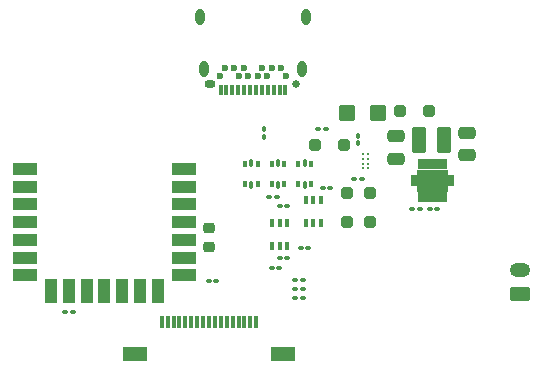
<source format=gbr>
%TF.GenerationSoftware,KiCad,Pcbnew,8.0.2*%
%TF.CreationDate,2025-05-18T14:56:39-07:00*%
%TF.ProjectId,PGS_USBW_Board,5047535f-5553-4425-975f-426f6172642e,rev?*%
%TF.SameCoordinates,Original*%
%TF.FileFunction,Soldermask,Top*%
%TF.FilePolarity,Negative*%
%FSLAX46Y46*%
G04 Gerber Fmt 4.6, Leading zero omitted, Abs format (unit mm)*
G04 Created by KiCad (PCBNEW 8.0.2) date 2025-05-18 14:56:39*
%MOMM*%
%LPD*%
G01*
G04 APERTURE LIST*
G04 Aperture macros list*
%AMRoundRect*
0 Rectangle with rounded corners*
0 $1 Rounding radius*
0 $2 $3 $4 $5 $6 $7 $8 $9 X,Y pos of 4 corners*
0 Add a 4 corners polygon primitive as box body*
4,1,4,$2,$3,$4,$5,$6,$7,$8,$9,$2,$3,0*
0 Add four circle primitives for the rounded corners*
1,1,$1+$1,$2,$3*
1,1,$1+$1,$4,$5*
1,1,$1+$1,$6,$7*
1,1,$1+$1,$8,$9*
0 Add four rect primitives between the rounded corners*
20,1,$1+$1,$2,$3,$4,$5,0*
20,1,$1+$1,$4,$5,$6,$7,0*
20,1,$1+$1,$6,$7,$8,$9,0*
20,1,$1+$1,$8,$9,$2,$3,0*%
G04 Aperture macros list end*
%ADD10C,0.010000*%
%ADD11O,1.750000X1.200000*%
%ADD12RoundRect,0.250000X0.625000X-0.350000X0.625000X0.350000X-0.625000X0.350000X-0.625000X-0.350000X0*%
%ADD13RoundRect,0.100000X0.130000X0.100000X-0.130000X0.100000X-0.130000X-0.100000X0.130000X-0.100000X0*%
%ADD14RoundRect,0.100000X-0.130000X-0.100000X0.130000X-0.100000X0.130000X0.100000X-0.130000X0.100000X0*%
%ADD15C,0.230000*%
%ADD16RoundRect,0.100000X0.100000X-0.130000X0.100000X0.130000X-0.100000X0.130000X-0.100000X-0.130000X0*%
%ADD17R,2.000000X1.000000*%
%ADD18R,1.000000X2.000000*%
%ADD19RoundRect,0.100000X0.100000X-0.225000X0.100000X0.225000X-0.100000X0.225000X-0.100000X-0.225000X0*%
%ADD20RoundRect,0.218750X-0.256250X0.218750X-0.256250X-0.218750X0.256250X-0.218750X0.256250X0.218750X0*%
%ADD21RoundRect,0.250000X-0.475000X0.250000X-0.475000X-0.250000X0.475000X-0.250000X0.475000X0.250000X0*%
%ADD22RoundRect,0.250000X-0.250000X0.250000X-0.250000X-0.250000X0.250000X-0.250000X0.250000X0.250000X0*%
%ADD23RoundRect,0.250000X0.475000X-0.250000X0.475000X0.250000X-0.475000X0.250000X-0.475000X-0.250000X0*%
%ADD24RoundRect,0.093750X0.093750X-0.156250X0.093750X0.156250X-0.093750X0.156250X-0.093750X-0.156250X0*%
%ADD25RoundRect,0.075000X0.075000X-0.250000X0.075000X0.250000X-0.075000X0.250000X-0.075000X-0.250000X0*%
%ADD26RoundRect,0.250000X0.250000X-0.250000X0.250000X0.250000X-0.250000X0.250000X-0.250000X-0.250000X0*%
%ADD27RoundRect,0.250000X-0.375000X-0.850000X0.375000X-0.850000X0.375000X0.850000X-0.375000X0.850000X0*%
%ADD28C,0.650000*%
%ADD29O,0.950000X0.650000*%
%ADD30R,0.300000X0.900000*%
%ADD31C,0.600000*%
%ADD32O,0.800000X1.400000*%
%ADD33RoundRect,0.250000X0.250000X0.250000X-0.250000X0.250000X-0.250000X-0.250000X0.250000X-0.250000X0*%
%ADD34R,0.300000X1.000000*%
%ADD35R,2.000000X1.300000*%
%ADD36RoundRect,0.250000X0.450000X0.425000X-0.450000X0.425000X-0.450000X-0.425000X0.450000X-0.425000X0*%
G04 APERTURE END LIST*
D10*
%TO.C,U4*%
X81390001Y-34095000D02*
X81010000Y-34095000D01*
X81010000Y-33355000D01*
X81390000Y-33354999D01*
X81390001Y-34095000D01*
G36*
X81390001Y-34095000D02*
G01*
X81010000Y-34095000D01*
X81010000Y-33355000D01*
X81390000Y-33354999D01*
X81390001Y-34095000D01*
G37*
X81390000Y-31295001D02*
X81010000Y-31295000D01*
X81010000Y-30555000D01*
X81390001Y-30555000D01*
X81390000Y-31295001D01*
G36*
X81390000Y-31295001D02*
G01*
X81010000Y-31295000D01*
X81010000Y-30555000D01*
X81390001Y-30555000D01*
X81390000Y-31295001D01*
G37*
X81890000Y-31295000D02*
X81510000Y-31295000D01*
X81510000Y-30555000D01*
X81890000Y-30555000D01*
X81890000Y-31295000D01*
G36*
X81890000Y-31295000D02*
G01*
X81510000Y-31295000D01*
X81510000Y-30555000D01*
X81890000Y-30555000D01*
X81890000Y-31295000D01*
G37*
X81890000Y-34095000D02*
X81510000Y-34095000D01*
X81510000Y-33355000D01*
X81890000Y-33355000D01*
X81890000Y-34095000D01*
G36*
X81890000Y-34095000D02*
G01*
X81510000Y-34095000D01*
X81510000Y-33355000D01*
X81890000Y-33355000D01*
X81890000Y-34095000D01*
G37*
X82390000Y-31295000D02*
X82010000Y-31295000D01*
X82010000Y-30555000D01*
X82390000Y-30555000D01*
X82390000Y-31295000D01*
G36*
X82390000Y-31295000D02*
G01*
X82010000Y-31295000D01*
X82010000Y-30555000D01*
X82390000Y-30555000D01*
X82390000Y-31295000D01*
G37*
X82390000Y-34095000D02*
X82010000Y-34095000D01*
X82010000Y-33355000D01*
X82390000Y-33355000D01*
X82390000Y-34095000D01*
G36*
X82390000Y-34095000D02*
G01*
X82010000Y-34095000D01*
X82010000Y-33355000D01*
X82390000Y-33355000D01*
X82390000Y-34095000D01*
G37*
X82890000Y-31295000D02*
X82510000Y-31295000D01*
X82510000Y-30555000D01*
X82890000Y-30555000D01*
X82890000Y-31295000D01*
G36*
X82890000Y-31295000D02*
G01*
X82510000Y-31295000D01*
X82510000Y-30555000D01*
X82890000Y-30555000D01*
X82890000Y-31295000D01*
G37*
X82890000Y-34095000D02*
X82510000Y-34095000D01*
X82510000Y-33355000D01*
X82890000Y-33355000D01*
X82890000Y-34095000D01*
G36*
X82890000Y-34095000D02*
G01*
X82510000Y-34095000D01*
X82510000Y-33355000D01*
X82890000Y-33355000D01*
X82890000Y-34095000D01*
G37*
X83390000Y-31295000D02*
X83010000Y-31295001D01*
X83009999Y-30555000D01*
X83390000Y-30555000D01*
X83390000Y-31295000D01*
G36*
X83390000Y-31295000D02*
G01*
X83010000Y-31295001D01*
X83009999Y-30555000D01*
X83390000Y-30555000D01*
X83390000Y-31295000D01*
G37*
X83390000Y-33355000D02*
X83390000Y-34095000D01*
X83009999Y-34095000D01*
X83010000Y-33354999D01*
X83390000Y-33355000D01*
G36*
X83390000Y-33355000D02*
G01*
X83390000Y-34095000D01*
X83009999Y-34095000D01*
X83010000Y-33354999D01*
X83390000Y-33355000D01*
G37*
X83470000Y-31880000D02*
X83970000Y-31879999D01*
X83970000Y-32270000D01*
X83470000Y-32270001D01*
X83470000Y-32379999D01*
X83970000Y-32380000D01*
X83970000Y-32770001D01*
X83470000Y-32770000D01*
X83470000Y-33220000D01*
X80930000Y-33220000D01*
X80930000Y-32770000D01*
X80430000Y-32770001D01*
X80430000Y-32380000D01*
X80930000Y-32379999D01*
X80930000Y-32270001D01*
X80430000Y-32270000D01*
X80430000Y-31879999D01*
X80930000Y-31880000D01*
X80930000Y-31430000D01*
X83470000Y-31430000D01*
X83470000Y-31880000D01*
G36*
X83470000Y-31880000D02*
G01*
X83970000Y-31879999D01*
X83970000Y-32270000D01*
X83470000Y-32270001D01*
X83470000Y-32379999D01*
X83970000Y-32380000D01*
X83970000Y-32770001D01*
X83470000Y-32770000D01*
X83470000Y-33220000D01*
X80930000Y-33220000D01*
X80930000Y-32770000D01*
X80430000Y-32770001D01*
X80430000Y-32380000D01*
X80930000Y-32379999D01*
X80930000Y-32270001D01*
X80430000Y-32270000D01*
X80430000Y-31879999D01*
X80930000Y-31880000D01*
X80930000Y-31430000D01*
X83470000Y-31430000D01*
X83470000Y-31880000D01*
G37*
%TD*%
D11*
%TO.C,J4*%
X89670000Y-39950000D03*
D12*
X89670000Y-41950000D03*
%TD*%
D13*
%TO.C,R13*%
X76305091Y-32183329D03*
X75665091Y-32183329D03*
%TD*%
D14*
%TO.C,R3*%
X69330000Y-38950000D03*
X69970000Y-38950000D03*
%TD*%
%TO.C,R11*%
X70630000Y-42300000D03*
X71270000Y-42300000D03*
%TD*%
D13*
%TO.C,R4*%
X69315000Y-39725000D03*
X68675000Y-39725000D03*
%TD*%
D15*
%TO.C,U5*%
X76425001Y-30125000D03*
X76824999Y-30125000D03*
X76425000Y-30525000D03*
X76825000Y-30525000D03*
X76425000Y-30925000D03*
X76825000Y-30925000D03*
X76425001Y-31325000D03*
X76824999Y-31325000D03*
%TD*%
D16*
%TO.C,R2*%
X67975000Y-28665000D03*
X67975000Y-28025000D03*
%TD*%
D17*
%TO.C,P1*%
X47750000Y-31375000D03*
X47750000Y-32875000D03*
X47750000Y-34375000D03*
X47750000Y-35875000D03*
X47750000Y-37375000D03*
X47750000Y-38875000D03*
X47750000Y-40375000D03*
D18*
X50000000Y-41675000D03*
X51500000Y-41675000D03*
X53000000Y-41675000D03*
X54500000Y-41675000D03*
X56000000Y-41675000D03*
X57500000Y-41675000D03*
X59000000Y-41675000D03*
D17*
X61250000Y-40375000D03*
X61250000Y-38875000D03*
X61250000Y-37375000D03*
X61250000Y-35875000D03*
X61250000Y-34375000D03*
X61250000Y-32875000D03*
X61250000Y-31375000D03*
%TD*%
D19*
%TO.C,Q2*%
X71525000Y-35925000D03*
X72175000Y-35924999D03*
X72825000Y-35925000D03*
X72825000Y-34025000D03*
X72175000Y-34025001D03*
X71525000Y-34025000D03*
%TD*%
D20*
%TO.C,L2*%
X63375000Y-36387499D03*
X63375000Y-37962501D03*
%TD*%
D13*
%TO.C,R7*%
X69095000Y-33725000D03*
X68455000Y-33725000D03*
%TD*%
%TO.C,R10*%
X71270000Y-41525000D03*
X70630000Y-41525000D03*
%TD*%
D21*
%TO.C,C2*%
X79175000Y-28625001D03*
X79175000Y-30524999D03*
%TD*%
D13*
%TO.C,R8*%
X73620000Y-32950000D03*
X72980000Y-32950000D03*
%TD*%
D22*
%TO.C,D3*%
X75025000Y-33375001D03*
X75025000Y-35874999D03*
%TD*%
D23*
%TO.C,C4*%
X85200000Y-30199998D03*
X85200000Y-28300000D03*
%TD*%
D13*
%TO.C,R12*%
X51820000Y-43525000D03*
X51180000Y-43525000D03*
%TD*%
D24*
%TO.C,U3*%
X70900000Y-32650000D03*
D25*
X71437500Y-32725000D03*
D24*
X71975000Y-32650000D03*
X71975000Y-30950000D03*
D25*
X71437500Y-30875000D03*
D24*
X70900000Y-30950000D03*
%TD*%
D14*
%TO.C,R6*%
X69330000Y-34500000D03*
X69970000Y-34500000D03*
%TD*%
D16*
%TO.C,C7*%
X76001741Y-29191248D03*
X76001741Y-28551248D03*
%TD*%
D13*
%TO.C,C3*%
X82670000Y-34725000D03*
X82030000Y-34725000D03*
%TD*%
D14*
%TO.C,C6*%
X70630000Y-40750000D03*
X71270000Y-40750000D03*
%TD*%
D24*
%TO.C,U2*%
X68650000Y-32650000D03*
D25*
X69187500Y-32725000D03*
D24*
X69725000Y-32650000D03*
X69725000Y-30950000D03*
D25*
X69187500Y-30875000D03*
D24*
X68650000Y-30950000D03*
%TD*%
D13*
%TO.C,R14*%
X63970000Y-40900000D03*
X63330000Y-40900000D03*
%TD*%
D26*
%TO.C,D4*%
X77000000Y-35874999D03*
X77000000Y-33375001D03*
%TD*%
D27*
%TO.C,L1*%
X81125000Y-28900000D03*
X83275000Y-28900000D03*
%TD*%
D14*
%TO.C,R9*%
X80555000Y-34725000D03*
X81195000Y-34725000D03*
%TD*%
%TO.C,R5*%
X71130000Y-38025000D03*
X71770000Y-38025000D03*
%TD*%
D28*
%TO.C,J2*%
X70674998Y-24161124D03*
D29*
X63474998Y-24161124D03*
D30*
X69824998Y-24721124D03*
X69324998Y-24721124D03*
X68824998Y-24721124D03*
X68324998Y-24721124D03*
X67824998Y-24721124D03*
X67324998Y-24721124D03*
X66824998Y-24721124D03*
X66324998Y-24721124D03*
X65824998Y-24721124D03*
X65324998Y-24721124D03*
X64824998Y-24721124D03*
X64324998Y-24721124D03*
D31*
X64274998Y-23511124D03*
X64674998Y-22811124D03*
X65474998Y-22811124D03*
X65874998Y-23511124D03*
X66274998Y-22811124D03*
X66674998Y-23511124D03*
X67474998Y-23511124D03*
X67874998Y-22811124D03*
X68274998Y-23511124D03*
X68674998Y-22811124D03*
X69474998Y-22811124D03*
X69874998Y-23511124D03*
D32*
X71204998Y-22921124D03*
X62944998Y-22921124D03*
X62584998Y-18521124D03*
X71564998Y-18521124D03*
%TD*%
D33*
%TO.C,D1*%
X81999999Y-26500000D03*
X79500001Y-26500000D03*
%TD*%
%TO.C,D2*%
X74799999Y-29325000D03*
X72300001Y-29325000D03*
%TD*%
D24*
%TO.C,U1*%
X66387500Y-32650000D03*
D25*
X66925000Y-32725000D03*
D24*
X67462500Y-32650000D03*
X67462500Y-30950000D03*
D25*
X66925000Y-30875000D03*
D24*
X66387500Y-30950000D03*
%TD*%
D19*
%TO.C,Q1*%
X68675000Y-37875000D03*
X69325000Y-37874999D03*
X69975000Y-37875000D03*
X69975000Y-35975000D03*
X69325000Y-35975001D03*
X68675000Y-35975000D03*
%TD*%
D34*
%TO.C,J1*%
X59350000Y-44300000D03*
X59850000Y-44300000D03*
X60350000Y-44300000D03*
X60850000Y-44300000D03*
X61350000Y-44300000D03*
X61850000Y-44300000D03*
X62350000Y-44300000D03*
X62850000Y-44300000D03*
X63350000Y-44300000D03*
X63850000Y-44300000D03*
X64350000Y-44300000D03*
X64850000Y-44300000D03*
X65350000Y-44300000D03*
X65850000Y-44300000D03*
X66350000Y-44300000D03*
X66850000Y-44300000D03*
X67350000Y-44300000D03*
D35*
X57050000Y-47000000D03*
X69650000Y-47000000D03*
%TD*%
D14*
%TO.C,R1*%
X72605000Y-28000000D03*
X73245000Y-28000000D03*
%TD*%
D36*
%TO.C,C1*%
X77700000Y-26600000D03*
X75000000Y-26600000D03*
%TD*%
M02*

</source>
